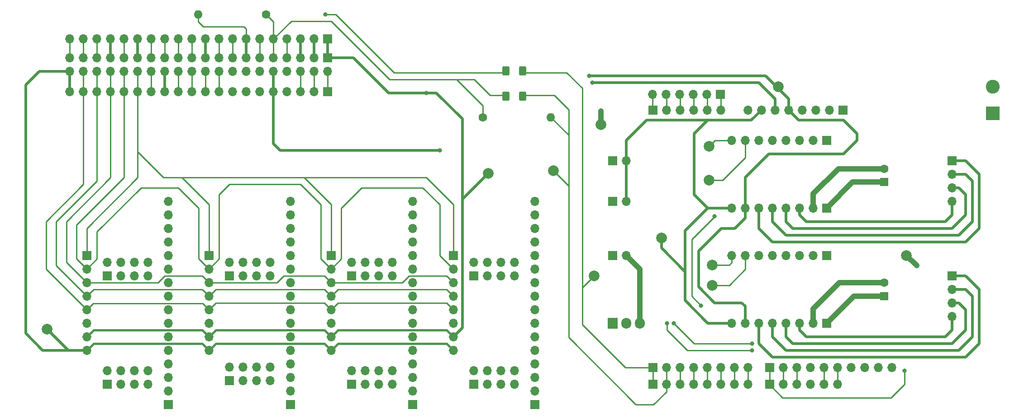
<source format=gbr>
%TF.GenerationSoftware,KiCad,Pcbnew,(6.0.10)*%
%TF.CreationDate,2025-04-13T20:47:06+02:00*%
%TF.ProjectId,pcb_shield,7063625f-7368-4696-956c-642e6b696361,1.0*%
%TF.SameCoordinates,Original*%
%TF.FileFunction,Copper,L1,Top*%
%TF.FilePolarity,Positive*%
%FSLAX46Y46*%
G04 Gerber Fmt 4.6, Leading zero omitted, Abs format (unit mm)*
G04 Created by KiCad (PCBNEW (6.0.10)) date 2025-04-13 20:47:06*
%MOMM*%
%LPD*%
G01*
G04 APERTURE LIST*
G04 Aperture macros list*
%AMRoundRect*
0 Rectangle with rounded corners*
0 $1 Rounding radius*
0 $2 $3 $4 $5 $6 $7 $8 $9 X,Y pos of 4 corners*
0 Add a 4 corners polygon primitive as box body*
4,1,4,$2,$3,$4,$5,$6,$7,$8,$9,$2,$3,0*
0 Add four circle primitives for the rounded corners*
1,1,$1+$1,$2,$3*
1,1,$1+$1,$4,$5*
1,1,$1+$1,$6,$7*
1,1,$1+$1,$8,$9*
0 Add four rect primitives between the rounded corners*
20,1,$1+$1,$2,$3,$4,$5,0*
20,1,$1+$1,$4,$5,$6,$7,0*
20,1,$1+$1,$6,$7,$8,$9,0*
20,1,$1+$1,$8,$9,$2,$3,0*%
G04 Aperture macros list end*
%TA.AperFunction,SMDPad,CuDef*%
%ADD10RoundRect,0.250000X-0.400000X-0.625000X0.400000X-0.625000X0.400000X0.625000X-0.400000X0.625000X0*%
%TD*%
%TA.AperFunction,ComponentPad*%
%ADD11C,1.600000*%
%TD*%
%TA.AperFunction,ComponentPad*%
%ADD12O,1.600000X1.600000*%
%TD*%
%TA.AperFunction,ComponentPad*%
%ADD13R,1.700000X1.700000*%
%TD*%
%TA.AperFunction,ComponentPad*%
%ADD14O,1.700000X1.700000*%
%TD*%
%TA.AperFunction,ComponentPad*%
%ADD15R,2.600000X2.600000*%
%TD*%
%TA.AperFunction,ComponentPad*%
%ADD16C,2.600000*%
%TD*%
%TA.AperFunction,ComponentPad*%
%ADD17R,1.600000X1.600000*%
%TD*%
%TA.AperFunction,SMDPad,CuDef*%
%ADD18C,2.000000*%
%TD*%
%TA.AperFunction,ComponentPad*%
%ADD19R,1.905000X2.000000*%
%TD*%
%TA.AperFunction,ComponentPad*%
%ADD20O,1.905000X2.000000*%
%TD*%
%TA.AperFunction,ViaPad*%
%ADD21C,0.800000*%
%TD*%
%TA.AperFunction,Conductor*%
%ADD22C,0.250000*%
%TD*%
%TA.AperFunction,Conductor*%
%ADD23C,0.500000*%
%TD*%
%TA.AperFunction,Conductor*%
%ADD24C,1.000000*%
%TD*%
%TA.AperFunction,Conductor*%
%ADD25C,0.400000*%
%TD*%
G04 APERTURE END LIST*
D10*
%TO.P,B2,2*%
%TO.N,/14 TXD*%
X155808000Y-63153000D03*
%TO.P,B2,1*%
X152708000Y-63153000D03*
%TD*%
%TO.P,B1,1*%
%TO.N,/18 RXD*%
X152708000Y-67903000D03*
%TO.P,B1,2*%
X155808000Y-67903000D03*
%TD*%
D11*
%TO.P,R2,1*%
%TO.N,/18 RXD*%
X148428000Y-71893000D03*
D12*
%TO.P,R2,2*%
X161128000Y-71893000D03*
%TD*%
D11*
%TO.P,R1,1*%
%TO.N,/18 RXD*%
X107858000Y-52553000D03*
D12*
%TO.P,R1,2*%
%TO.N,Net-(A1-Pad27)*%
X95158000Y-52553000D03*
%TD*%
D13*
%TO.P,A2.3,1,Pin_1*%
%TO.N,unconnected-(A2.3-Pad1)*%
X215748000Y-70523000D03*
D14*
%TO.P,A2.3,2,Pin_2*%
%TO.N,unconnected-(A2.3-Pad2)*%
X213208000Y-70523000D03*
%TO.P,A2.3,3,Pin_3*%
%TO.N,unconnected-(A2.3-Pad3)*%
X210668000Y-70523000D03*
%TO.P,A2.3,4,Pin_4*%
%TO.N,unconnected-(A2.3-Pad4)*%
X208128000Y-70523000D03*
%TO.P,A2.3,5,Pin_5*%
%TO.N,5V*%
X205588000Y-70523000D03*
%TO.P,A2.3,6,Pin_6*%
%TO.N,GND*%
X203048000Y-70523000D03*
%TO.P,A2.3,7,Pin_7*%
%TO.N,Net-(A2.3-Pad7)*%
X200508000Y-70523000D03*
%TO.P,A2.3,8,Pin_8*%
%TO.N,unconnected-(A2.3-Pad8)*%
X197968000Y-70523000D03*
%TD*%
D13*
%TO.P,A2.4,1,Pin_1*%
%TO.N,Net-(J19-Pad6)*%
X180188000Y-70513000D03*
D14*
%TO.P,A2.4,2,Pin_2*%
%TO.N,Net-(J19-Pad5)*%
X182728000Y-70513000D03*
%TO.P,A2.4,3,Pin_3*%
%TO.N,Net-(J19-Pad4)*%
X185268000Y-70513000D03*
%TO.P,A2.4,4,Pin_4*%
%TO.N,Net-(J19-Pad3)*%
X187808000Y-70513000D03*
%TO.P,A2.4,5,Pin_5*%
%TO.N,Net-(J19-Pad2)*%
X190348000Y-70513000D03*
%TO.P,A2.4,6,Pin_6*%
%TO.N,Net-(J19-Pad1)*%
X192888000Y-70513000D03*
%TD*%
D13*
%TO.P,A2.2,1,Pin_1*%
%TO.N,Net-(A3.2-Pad1)*%
X202028000Y-118783000D03*
D14*
%TO.P,A2.2,2,Pin_2*%
%TO.N,Net-(J12-Pad1)*%
X204568000Y-118783000D03*
%TO.P,A2.2,3,Pin_3*%
%TO.N,Net-(J13-Pad1)*%
X207108000Y-118783000D03*
%TO.P,A2.2,4,Pin_4*%
%TO.N,Net-(J18-Pad4)*%
X209648000Y-118783000D03*
%TO.P,A2.2,5,Pin_5*%
%TO.N,Net-(J18-Pad5)*%
X212188000Y-118783000D03*
%TO.P,A2.2,6,Pin_6*%
%TO.N,Net-(J18-Pad6)*%
X214728000Y-118783000D03*
%TO.P,A2.2,7,Pin_7*%
%TO.N,unconnected-(A2.2-Pad7)*%
X217268000Y-118783000D03*
%TO.P,A2.2,8,Pin_8*%
%TO.N,unconnected-(A2.2-Pad8)*%
X219808000Y-118783000D03*
%TO.P,A2.2,9,Pin_9*%
%TO.N,unconnected-(A2.2-Pad9)*%
X222348000Y-118783000D03*
%TO.P,A2.2,10,Pin_10*%
%TO.N,unconnected-(A2.2-Pad10)*%
X224888000Y-118783000D03*
%TD*%
D13*
%TO.P,A2.1,1,Pin_1*%
%TO.N,/14 TXD*%
X180188000Y-118783000D03*
D14*
%TO.P,A2.1,2,Pin_2*%
%TO.N,/18 RXD*%
X182728000Y-118783000D03*
%TO.P,A2.1,3,Pin_3*%
%TO.N,Net-(A3.2-Pad7)*%
X185268000Y-118783000D03*
%TO.P,A2.1,4,Pin_4*%
%TO.N,Net-(A4.2-Pad7)*%
X187808000Y-118783000D03*
%TO.P,A2.1,5,Pin_5*%
%TO.N,Net-(J17-Pad5)*%
X190348000Y-118783000D03*
%TO.P,A2.1,6,Pin_6*%
%TO.N,Net-(A3.2-Pad8)*%
X192888000Y-118783000D03*
%TO.P,A2.1,7,Pin_7*%
%TO.N,Net-(A4.2-Pad8)*%
X195428000Y-118783000D03*
%TO.P,A2.1,8,Pin_8*%
%TO.N,Net-(J17-Pad8)*%
X197968000Y-118783000D03*
%TD*%
D13*
%TO.P,A4.2,1,Pin_1*%
%TO.N,Net-(A3.2-Pad1)*%
X212728000Y-97783000D03*
D14*
%TO.P,A4.2,2,Pin_2*%
%TO.N,unconnected-(A4.2-Pad2)*%
X210188000Y-97783000D03*
%TO.P,A4.2,3,Pin_3*%
%TO.N,unconnected-(A4.2-Pad3)*%
X207648000Y-97783000D03*
%TO.P,A4.2,4,Pin_4*%
%TO.N,unconnected-(A4.2-Pad4)*%
X205108000Y-97783000D03*
%TO.P,A4.2,5,Pin_5*%
%TO.N,unconnected-(A4.2-Pad5)*%
X202568000Y-97783000D03*
%TO.P,A4.2,6,Pin_6*%
%TO.N,unconnected-(A4.2-Pad6)*%
X200028000Y-97783000D03*
%TO.P,A4.2,7,Pin_7*%
%TO.N,Net-(A4.2-Pad7)*%
X197488000Y-97783000D03*
%TO.P,A4.2,8,Pin_8*%
%TO.N,Net-(A4.2-Pad8)*%
X194948000Y-97783000D03*
%TD*%
D13*
%TO.P,A4.1,1,Pin_1*%
%TO.N,Net-(A3.1-Pad1)*%
X212718000Y-110483000D03*
D14*
%TO.P,A4.1,2,Pin_2*%
%TO.N,Net-(A3.1-Pad2)*%
X210178000Y-110483000D03*
%TO.P,A4.1,3,Pin_3*%
%TO.N,Net-(J11-Pad4)*%
X207638000Y-110483000D03*
%TO.P,A4.1,4,Pin_4*%
%TO.N,Net-(J11-Pad3)*%
X205098000Y-110483000D03*
%TO.P,A4.1,5,Pin_5*%
%TO.N,Net-(J11-Pad2)*%
X202558000Y-110483000D03*
%TO.P,A4.1,6,Pin_6*%
%TO.N,Net-(J11-Pad1)*%
X200018000Y-110483000D03*
%TO.P,A4.1,7,Pin_7*%
%TO.N,5V*%
X197478000Y-110483000D03*
%TO.P,A4.1,8,Pin_8*%
%TO.N,Net-(A2.3-Pad7)*%
X194938000Y-110483000D03*
%TD*%
%TO.P,A3.2,8,Pin_8*%
%TO.N,Net-(A3.2-Pad8)*%
X194948000Y-76193000D03*
%TO.P,A3.2,7,Pin_7*%
%TO.N,Net-(A3.2-Pad7)*%
X197488000Y-76193000D03*
%TO.P,A3.2,6,Pin_6*%
%TO.N,unconnected-(A3.2-Pad6)*%
X200028000Y-76193000D03*
%TO.P,A3.2,5,Pin_5*%
%TO.N,unconnected-(A3.2-Pad5)*%
X202568000Y-76193000D03*
%TO.P,A3.2,4,Pin_4*%
%TO.N,unconnected-(A3.2-Pad4)*%
X205108000Y-76193000D03*
%TO.P,A3.2,3,Pin_3*%
%TO.N,unconnected-(A3.2-Pad3)*%
X207648000Y-76193000D03*
%TO.P,A3.2,2,Pin_2*%
%TO.N,unconnected-(A3.2-Pad2)*%
X210188000Y-76193000D03*
D13*
%TO.P,A3.2,1,Pin_1*%
%TO.N,Net-(A3.2-Pad1)*%
X212728000Y-76193000D03*
%TD*%
D14*
%TO.P,A3.1,8,Pin_8*%
%TO.N,Net-(A2.3-Pad7)*%
X194948000Y-88893000D03*
%TO.P,A3.1,7,Pin_7*%
%TO.N,5V*%
X197488000Y-88893000D03*
%TO.P,A3.1,6,Pin_6*%
%TO.N,Net-(A3.1-Pad6)*%
X200028000Y-88893000D03*
%TO.P,A3.1,5,Pin_5*%
%TO.N,Net-(A3.1-Pad5)*%
X202568000Y-88893000D03*
%TO.P,A3.1,4,Pin_4*%
%TO.N,Net-(A3.1-Pad4)*%
X205108000Y-88893000D03*
%TO.P,A3.1,3,Pin_3*%
%TO.N,Net-(A3.1-Pad3)*%
X207648000Y-88893000D03*
%TO.P,A3.1,2,Pin_2*%
%TO.N,Net-(A3.1-Pad2)*%
X210188000Y-88893000D03*
D13*
%TO.P,A3.1,1,Pin_1*%
%TO.N,Net-(A3.1-Pad1)*%
X212728000Y-88893000D03*
%TD*%
%TO.P,U4.2,1,Pin_1*%
%TO.N,Net-(A1-Pad15)*%
X142878000Y-97793000D03*
D14*
%TO.P,U4.2,2,Pin_2*%
%TO.N,Net-(A1-Pad16)*%
X142878000Y-100333000D03*
%TO.P,U4.2,3,Pin_3*%
%TO.N,Net-(A1-Pad17)*%
X142878000Y-102873000D03*
%TO.P,U4.2,4,Pin_4*%
%TO.N,Net-(A1-Pad18)*%
X142878000Y-105413000D03*
%TO.P,U4.2,5,Pin_5*%
%TO.N,Net-(A1-Pad19)*%
X142878000Y-107953000D03*
%TO.P,U4.2,6,Pin_6*%
%TO.N,Net-(A1-Pad4)*%
X142878000Y-110493000D03*
%TO.P,U4.2,7,Pin_7*%
%TO.N,5V*%
X142878000Y-113033000D03*
%TO.P,U4.2,8,Pin_8*%
%TO.N,Net-(A1-Pad20)*%
X142878000Y-115573000D03*
%TD*%
D13*
%TO.P,U4.1,1,Pin_1*%
%TO.N,Net-(J7-Pad1)*%
X158118000Y-125723000D03*
D14*
%TO.P,U4.1,2,Pin_2*%
%TO.N,Net-(J7-Pad3)*%
X158118000Y-123183000D03*
%TO.P,U4.1,3,Pin_3*%
%TO.N,Net-(J7-Pad5)*%
X158118000Y-120643000D03*
%TO.P,U4.1,4,Pin_4*%
%TO.N,Net-(J7-Pad7)*%
X158118000Y-118103000D03*
%TO.P,U4.1,5,Pin_5*%
%TO.N,Net-(J7-Pad8)*%
X158118000Y-115563000D03*
%TO.P,U4.1,6,Pin_6*%
%TO.N,Net-(J7-Pad6)*%
X158118000Y-113023000D03*
%TO.P,U4.1,7,Pin_7*%
%TO.N,Net-(J7-Pad4)*%
X158118000Y-110483000D03*
%TO.P,U4.1,8,Pin_8*%
%TO.N,Net-(J7-Pad2)*%
X158118000Y-107943000D03*
%TO.P,U4.1,9,Pin_9*%
%TO.N,Net-(J8-Pad1)*%
X158118000Y-105403000D03*
%TO.P,U4.1,10,Pin_10*%
%TO.N,Net-(J8-Pad3)*%
X158118000Y-102863000D03*
%TO.P,U4.1,11,Pin_11*%
%TO.N,Net-(J8-Pad5)*%
X158118000Y-100323000D03*
%TO.P,U4.1,12,Pin_12*%
%TO.N,Net-(J8-Pad7)*%
X158118000Y-97783000D03*
%TO.P,U4.1,13,Pin_13*%
%TO.N,Net-(J8-Pad8)*%
X158118000Y-95243000D03*
%TO.P,U4.1,14,Pin_14*%
%TO.N,Net-(J8-Pad6)*%
X158118000Y-92703000D03*
%TO.P,U4.1,15,Pin_15*%
%TO.N,Net-(J8-Pad4)*%
X158118000Y-90163000D03*
%TO.P,U4.1,16,Pin_16*%
%TO.N,Net-(J8-Pad2)*%
X158118000Y-87623000D03*
%TD*%
D13*
%TO.P,U3.2,1,Pin_1*%
%TO.N,Net-(A1-Pad15)*%
X120028000Y-97793000D03*
D14*
%TO.P,U3.2,2,Pin_2*%
%TO.N,Net-(A1-Pad16)*%
X120028000Y-100333000D03*
%TO.P,U3.2,3,Pin_3*%
%TO.N,Net-(A1-Pad17)*%
X120028000Y-102873000D03*
%TO.P,U3.2,4,Pin_4*%
%TO.N,Net-(A1-Pad18)*%
X120028000Y-105413000D03*
%TO.P,U3.2,5,Pin_5*%
%TO.N,Net-(A1-Pad19)*%
X120028000Y-107953000D03*
%TO.P,U3.2,6,Pin_6*%
%TO.N,Net-(A1-Pad6)*%
X120028000Y-110493000D03*
%TO.P,U3.2,7,Pin_7*%
%TO.N,5V*%
X120028000Y-113033000D03*
%TO.P,U3.2,8,Pin_8*%
%TO.N,Net-(A1-Pad20)*%
X120028000Y-115573000D03*
%TD*%
D13*
%TO.P,U3.1,1,Pin_1*%
%TO.N,Net-(J5-Pad1)*%
X135268000Y-125733000D03*
D14*
%TO.P,U3.1,2,Pin_2*%
%TO.N,Net-(J5-Pad3)*%
X135268000Y-123193000D03*
%TO.P,U3.1,3,Pin_3*%
%TO.N,Net-(J5-Pad5)*%
X135268000Y-120653000D03*
%TO.P,U3.1,4,Pin_4*%
%TO.N,Net-(J5-Pad7)*%
X135268000Y-118113000D03*
%TO.P,U3.1,5,Pin_5*%
%TO.N,Net-(J5-Pad8)*%
X135268000Y-115573000D03*
%TO.P,U3.1,6,Pin_6*%
%TO.N,Net-(J5-Pad6)*%
X135268000Y-113033000D03*
%TO.P,U3.1,7,Pin_7*%
%TO.N,Net-(J5-Pad4)*%
X135268000Y-110493000D03*
%TO.P,U3.1,8,Pin_8*%
%TO.N,Net-(J5-Pad2)*%
X135268000Y-107953000D03*
%TO.P,U3.1,9,Pin_9*%
%TO.N,Net-(J6-Pad1)*%
X135268000Y-105413000D03*
%TO.P,U3.1,10,Pin_10*%
%TO.N,Net-(J6-Pad3)*%
X135268000Y-102873000D03*
%TO.P,U3.1,11,Pin_11*%
%TO.N,Net-(J6-Pad5)*%
X135268000Y-100333000D03*
%TO.P,U3.1,12,Pin_12*%
%TO.N,Net-(J6-Pad7)*%
X135268000Y-97793000D03*
%TO.P,U3.1,13,Pin_13*%
%TO.N,Net-(J6-Pad8)*%
X135268000Y-95253000D03*
%TO.P,U3.1,14,Pin_14*%
%TO.N,Net-(J6-Pad6)*%
X135268000Y-92713000D03*
%TO.P,U3.1,15,Pin_15*%
%TO.N,Net-(J6-Pad4)*%
X135268000Y-90173000D03*
%TO.P,U3.1,16,Pin_16*%
%TO.N,Net-(J6-Pad2)*%
X135268000Y-87633000D03*
%TD*%
%TO.P,U2.2,8,Pin_8*%
%TO.N,Net-(A1-Pad20)*%
X97158000Y-115573000D03*
%TO.P,U2.2,7,Pin_7*%
%TO.N,5V*%
X97158000Y-113033000D03*
%TO.P,U2.2,6,Pin_6*%
%TO.N,Net-(A1-Pad7)*%
X97158000Y-110493000D03*
%TO.P,U2.2,5,Pin_5*%
%TO.N,Net-(A1-Pad19)*%
X97158000Y-107953000D03*
%TO.P,U2.2,4,Pin_4*%
%TO.N,Net-(A1-Pad18)*%
X97158000Y-105413000D03*
%TO.P,U2.2,3,Pin_3*%
%TO.N,Net-(A1-Pad17)*%
X97158000Y-102873000D03*
%TO.P,U2.2,2,Pin_2*%
%TO.N,Net-(A1-Pad16)*%
X97158000Y-100333000D03*
D13*
%TO.P,U2.2,1,Pin_1*%
%TO.N,Net-(A1-Pad15)*%
X97158000Y-97793000D03*
%TD*%
%TO.P,U2.1,1,Pin_1*%
%TO.N,Net-(J3-Pad1)*%
X112398000Y-125733000D03*
D14*
%TO.P,U2.1,2,Pin_2*%
%TO.N,Net-(J3-Pad3)*%
X112398000Y-123193000D03*
%TO.P,U2.1,3,Pin_3*%
%TO.N,Net-(J3-Pad5)*%
X112398000Y-120653000D03*
%TO.P,U2.1,4,Pin_4*%
%TO.N,Net-(J3-Pad7)*%
X112398000Y-118113000D03*
%TO.P,U2.1,5,Pin_5*%
%TO.N,Net-(J3-Pad8)*%
X112398000Y-115573000D03*
%TO.P,U2.1,6,Pin_6*%
%TO.N,Net-(J3-Pad6)*%
X112398000Y-113033000D03*
%TO.P,U2.1,7,Pin_7*%
%TO.N,Net-(J3-Pad4)*%
X112398000Y-110493000D03*
%TO.P,U2.1,8,Pin_8*%
%TO.N,Net-(J3-Pad2)*%
X112398000Y-107953000D03*
%TO.P,U2.1,9,Pin_9*%
%TO.N,Net-(J4-Pad1)*%
X112398000Y-105413000D03*
%TO.P,U2.1,10,Pin_10*%
%TO.N,Net-(J4-Pad3)*%
X112398000Y-102873000D03*
%TO.P,U2.1,11,Pin_11*%
%TO.N,Net-(J4-Pad5)*%
X112398000Y-100333000D03*
%TO.P,U2.1,12,Pin_12*%
%TO.N,Net-(J4-Pad7)*%
X112398000Y-97793000D03*
%TO.P,U2.1,13,Pin_13*%
%TO.N,Net-(J4-Pad8)*%
X112398000Y-95253000D03*
%TO.P,U2.1,14,Pin_14*%
%TO.N,Net-(J4-Pad6)*%
X112398000Y-92713000D03*
%TO.P,U2.1,15,Pin_15*%
%TO.N,Net-(J4-Pad4)*%
X112398000Y-90173000D03*
%TO.P,U2.1,16,Pin_16*%
%TO.N,Net-(J4-Pad2)*%
X112398000Y-87633000D03*
%TD*%
D13*
%TO.P,U1.2,1,Pin_1*%
%TO.N,Net-(A1-Pad15)*%
X74298000Y-97793000D03*
D14*
%TO.P,U1.2,2,Pin_2*%
%TO.N,Net-(A1-Pad16)*%
X74298000Y-100333000D03*
%TO.P,U1.2,3,Pin_3*%
%TO.N,Net-(A1-Pad17)*%
X74298000Y-102873000D03*
%TO.P,U1.2,4,Pin_4*%
%TO.N,Net-(A1-Pad18)*%
X74298000Y-105413000D03*
%TO.P,U1.2,5,Pin_5*%
%TO.N,Net-(A1-Pad19)*%
X74298000Y-107953000D03*
%TO.P,U1.2,6,Pin_6*%
%TO.N,Net-(U1.2-Pad6)*%
X74298000Y-110493000D03*
%TO.P,U1.2,7,Pin_7*%
%TO.N,5V*%
X74298000Y-113033000D03*
%TO.P,U1.2,8,Pin_8*%
%TO.N,Net-(A1-Pad20)*%
X74298000Y-115573000D03*
%TD*%
D13*
%TO.P,U1.1,1,Pin_1*%
%TO.N,Net-(J1-Pad1)*%
X89538000Y-125733000D03*
D14*
%TO.P,U1.1,2,Pin_2*%
%TO.N,Net-(J1-Pad3)*%
X89538000Y-123193000D03*
%TO.P,U1.1,3,Pin_3*%
%TO.N,Net-(J1-Pad5)*%
X89538000Y-120653000D03*
%TO.P,U1.1,4,Pin_4*%
%TO.N,Net-(J1-Pad7)*%
X89538000Y-118113000D03*
%TO.P,U1.1,5,Pin_5*%
%TO.N,Net-(J1-Pad8)*%
X89538000Y-115573000D03*
%TO.P,U1.1,6,Pin_6*%
%TO.N,Net-(J1-Pad6)*%
X89538000Y-113033000D03*
%TO.P,U1.1,7,Pin_7*%
%TO.N,Net-(J1-Pad4)*%
X89538000Y-110493000D03*
%TO.P,U1.1,8,Pin_8*%
%TO.N,Net-(J1-Pad2)*%
X89538000Y-107953000D03*
%TO.P,U1.1,9,Pin_9*%
%TO.N,Net-(J2-Pad1)*%
X89538000Y-105413000D03*
%TO.P,U1.1,10,Pin_10*%
%TO.N,Net-(J2-Pad3)*%
X89538000Y-102873000D03*
%TO.P,U1.1,11,Pin_11*%
%TO.N,Net-(J2-Pad5)*%
X89538000Y-100333000D03*
%TO.P,U1.1,12,Pin_12*%
%TO.N,Net-(J2-Pad7)*%
X89538000Y-97793000D03*
%TO.P,U1.1,13,Pin_13*%
%TO.N,Net-(J2-Pad8)*%
X89538000Y-95253000D03*
%TO.P,U1.1,14,Pin_14*%
%TO.N,Net-(J2-Pad6)*%
X89538000Y-92713000D03*
%TO.P,U1.1,15,Pin_15*%
%TO.N,Net-(J2-Pad4)*%
X89538000Y-90173000D03*
%TO.P,U1.1,16,Pin_16*%
%TO.N,Net-(J2-Pad2)*%
X89538000Y-87633000D03*
%TD*%
D15*
%TO.P,J14,1*%
%TO.N,Net-(A3.1-Pad2)*%
X243840000Y-71120000D03*
D16*
%TO.P,J14,2*%
%TO.N,Net-(A3.1-Pad1)*%
X243840000Y-66120000D03*
%TD*%
D13*
%TO.P,J4,1,Pin_1*%
%TO.N,Net-(J4-Pad1)*%
X100975000Y-101600000D03*
D14*
%TO.P,J4,2,Pin_2*%
%TO.N,Net-(J4-Pad2)*%
X100975000Y-99060000D03*
%TO.P,J4,3,Pin_3*%
%TO.N,Net-(J4-Pad3)*%
X103515000Y-101600000D03*
%TO.P,J4,4,Pin_4*%
%TO.N,Net-(J4-Pad4)*%
X103515000Y-99060000D03*
%TO.P,J4,5,Pin_5*%
%TO.N,Net-(J4-Pad5)*%
X106055000Y-101600000D03*
%TO.P,J4,6,Pin_6*%
%TO.N,Net-(J4-Pad6)*%
X106055000Y-99060000D03*
%TO.P,J4,7,Pin_7*%
%TO.N,Net-(J4-Pad7)*%
X108595000Y-101600000D03*
%TO.P,J4,8,Pin_8*%
%TO.N,Net-(J4-Pad8)*%
X108595000Y-99060000D03*
%TD*%
D13*
%TO.P,J12,1,Pin_1*%
%TO.N,Net-(J12-Pad1)*%
X172720000Y-87630000D03*
D14*
%TO.P,J12,2,Pin_2*%
%TO.N,Net-(A2.3-Pad7)*%
X175260000Y-87630000D03*
%TD*%
%TO.P,J15,20,Pin_20*%
%TO.N,Net-(A1-Pad20)*%
X71120000Y-67081000D03*
%TO.P,J15,19,Pin_19*%
%TO.N,Net-(A1-Pad19)*%
X73660000Y-67081000D03*
%TO.P,J15,18,Pin_18*%
%TO.N,Net-(A1-Pad18)*%
X76200000Y-67081000D03*
%TO.P,J15,17,Pin_17*%
%TO.N,Net-(A1-Pad17)*%
X78740000Y-67081000D03*
%TO.P,J15,16,Pin_16*%
%TO.N,Net-(A1-Pad16)*%
X81280000Y-67081000D03*
%TO.P,J15,15,Pin_15*%
%TO.N,Net-(A1-Pad15)*%
X83820000Y-67081000D03*
%TO.P,J15,14,Pin_14*%
%TO.N,Net-(A1-Pad14)*%
X86360000Y-67081000D03*
%TO.P,J15,13,Pin_13*%
%TO.N,GND*%
X88900000Y-67081000D03*
%TO.P,J15,12,Pin_12*%
%TO.N,11 SCLK*%
X91440000Y-67081000D03*
%TO.P,J15,11,Pin_11*%
%TO.N,9 MISO*%
X93980000Y-67081000D03*
%TO.P,J15,10,Pin_10*%
%TO.N,10 MOSI*%
X96520000Y-67081000D03*
%TO.P,J15,9,Pin_9*%
%TO.N,3V3*%
X99060000Y-67081000D03*
%TO.P,J15,8,Pin_8*%
%TO.N,Net-(U1.2-Pad6)*%
X101600000Y-67081000D03*
%TO.P,J15,7,Pin_7*%
%TO.N,Net-(A1-Pad7)*%
X104140000Y-67081000D03*
%TO.P,J15,6,Pin_6*%
%TO.N,Net-(A1-Pad6)*%
X106680000Y-67081000D03*
%TO.P,J15,5,Pin_5*%
%TO.N,GND*%
X109220000Y-67081000D03*
%TO.P,J15,4,Pin_4*%
%TO.N,Net-(A1-Pad4)*%
X111760000Y-67081000D03*
%TO.P,J15,3,Pin_3*%
%TO.N,SCL*%
X114300000Y-67081000D03*
%TO.P,J15,2,Pin_2*%
%TO.N,SDA*%
X116840000Y-67081000D03*
D13*
%TO.P,J15,1,Pin_1*%
%TO.N,3V3*%
X119380000Y-67081000D03*
%TD*%
%TO.P,J2,1,Pin_1*%
%TO.N,Net-(J2-Pad1)*%
X78115000Y-101605000D03*
D14*
%TO.P,J2,2,Pin_2*%
%TO.N,Net-(J2-Pad2)*%
X78115000Y-99065000D03*
%TO.P,J2,3,Pin_3*%
%TO.N,Net-(J2-Pad3)*%
X80655000Y-101605000D03*
%TO.P,J2,4,Pin_4*%
%TO.N,Net-(J2-Pad4)*%
X80655000Y-99065000D03*
%TO.P,J2,5,Pin_5*%
%TO.N,Net-(J2-Pad5)*%
X83195000Y-101605000D03*
%TO.P,J2,6,Pin_6*%
%TO.N,Net-(J2-Pad6)*%
X83195000Y-99065000D03*
%TO.P,J2,7,Pin_7*%
%TO.N,Net-(J2-Pad7)*%
X85735000Y-101605000D03*
%TO.P,J2,8,Pin_8*%
%TO.N,Net-(J2-Pad8)*%
X85735000Y-99065000D03*
%TD*%
D13*
%TO.P,J19,1,Pin_1*%
%TO.N,Net-(J19-Pad1)*%
X192840000Y-67564000D03*
D14*
%TO.P,J19,2,Pin_2*%
%TO.N,Net-(J19-Pad2)*%
X190300000Y-67564000D03*
%TO.P,J19,3,Pin_3*%
%TO.N,Net-(J19-Pad3)*%
X187760000Y-67564000D03*
%TO.P,J19,4,Pin_4*%
%TO.N,Net-(J19-Pad4)*%
X185220000Y-67564000D03*
%TO.P,J19,5,Pin_5*%
%TO.N,Net-(J19-Pad5)*%
X182680000Y-67564000D03*
%TO.P,J19,6,Pin_6*%
%TO.N,Net-(J19-Pad6)*%
X180140000Y-67564000D03*
%TD*%
D17*
%TO.P,C1,1*%
%TO.N,Net-(A3.1-Pad1)*%
X223520000Y-84020000D03*
D11*
%TO.P,C1,2*%
%TO.N,Net-(A3.1-Pad2)*%
X223520000Y-81520000D03*
%TD*%
D13*
%TO.P,J6,1,Pin_1*%
%TO.N,Net-(J6-Pad1)*%
X123825000Y-101630000D03*
D14*
%TO.P,J6,2,Pin_2*%
%TO.N,Net-(J6-Pad2)*%
X123825000Y-99090000D03*
%TO.P,J6,3,Pin_3*%
%TO.N,Net-(J6-Pad3)*%
X126365000Y-101630000D03*
%TO.P,J6,4,Pin_4*%
%TO.N,Net-(J6-Pad4)*%
X126365000Y-99090000D03*
%TO.P,J6,5,Pin_5*%
%TO.N,Net-(J6-Pad5)*%
X128905000Y-101630000D03*
%TO.P,J6,6,Pin_6*%
%TO.N,Net-(J6-Pad6)*%
X128905000Y-99090000D03*
%TO.P,J6,7,Pin_7*%
%TO.N,Net-(J6-Pad7)*%
X131445000Y-101630000D03*
%TO.P,J6,8,Pin_8*%
%TO.N,Net-(J6-Pad8)*%
X131445000Y-99090000D03*
%TD*%
D13*
%TO.P,J13,1,Pin_1*%
%TO.N,Net-(J13-Pad1)*%
X172720000Y-80010000D03*
D14*
%TO.P,J13,2,Pin_2*%
%TO.N,Net-(A2.3-Pad7)*%
X175260000Y-80010000D03*
%TD*%
D13*
%TO.P,J3,1,Pin_1*%
%TO.N,Net-(J3-Pad1)*%
X100975000Y-121290000D03*
D14*
%TO.P,J3,2,Pin_2*%
%TO.N,Net-(J3-Pad2)*%
X100975000Y-118750000D03*
%TO.P,J3,3,Pin_3*%
%TO.N,Net-(J3-Pad3)*%
X103515000Y-121290000D03*
%TO.P,J3,4,Pin_4*%
%TO.N,Net-(J3-Pad4)*%
X103515000Y-118750000D03*
%TO.P,J3,5,Pin_5*%
%TO.N,Net-(J3-Pad5)*%
X106055000Y-121290000D03*
%TO.P,J3,6,Pin_6*%
%TO.N,Net-(J3-Pad6)*%
X106055000Y-118750000D03*
%TO.P,J3,7,Pin_7*%
%TO.N,Net-(J3-Pad7)*%
X108595000Y-121290000D03*
%TO.P,J3,8,Pin_8*%
%TO.N,Net-(J3-Pad8)*%
X108595000Y-118750000D03*
%TD*%
D13*
%TO.P,J9,1,Pin_1*%
%TO.N,Net-(A3.1-Pad2)*%
X172720000Y-97790000D03*
D14*
%TO.P,J9,2,Pin_2*%
%TO.N,Net-(J9-Pad2)*%
X175260000Y-97790000D03*
%TD*%
D13*
%TO.P,J18,1,Pin_1*%
%TO.N,Net-(A3.2-Pad1)*%
X202030000Y-121920000D03*
D14*
%TO.P,J18,2,Pin_2*%
%TO.N,Net-(J12-Pad1)*%
X204570000Y-121920000D03*
%TO.P,J18,3,Pin_3*%
%TO.N,Net-(J13-Pad1)*%
X207110000Y-121920000D03*
%TO.P,J18,4,Pin_4*%
%TO.N,Net-(J18-Pad4)*%
X209650000Y-121920000D03*
%TO.P,J18,5,Pin_5*%
%TO.N,Net-(J18-Pad5)*%
X212190000Y-121920000D03*
%TO.P,J18,6,Pin_6*%
%TO.N,Net-(J18-Pad6)*%
X214730000Y-121920000D03*
%TD*%
D18*
%TO.P,RXD1,1,1*%
%TO.N,/18 RXD*%
X161600000Y-81895000D03*
%TD*%
D13*
%TO.P,J16,1,Pin_1*%
%TO.N,5V*%
X119380000Y-57150000D03*
D14*
%TO.P,J16,2,Pin_2*%
X116840000Y-57150000D03*
%TO.P,J16,3,Pin_3*%
%TO.N,GND*%
X114300000Y-57150000D03*
%TO.P,J16,4,Pin_4*%
%TO.N,/14 TXD*%
X111760000Y-57150000D03*
%TO.P,J16,5,Pin_5*%
%TO.N,/18 RXD*%
X109220000Y-57150000D03*
%TO.P,J16,6,Pin_6*%
%TO.N,Net-(A1-Pad26)*%
X106680000Y-57150000D03*
%TO.P,J16,7,Pin_7*%
%TO.N,Net-(A1-Pad27)*%
X104140000Y-57150000D03*
%TO.P,J16,8,Pin_8*%
%TO.N,23*%
X101600000Y-57150000D03*
%TO.P,J16,9,Pin_9*%
%TO.N,24*%
X99060000Y-57150000D03*
%TO.P,J16,10,Pin_10*%
%TO.N,GND*%
X96520000Y-57150000D03*
%TO.P,J16,11,Pin_11*%
%TO.N,25*%
X93980000Y-57150000D03*
%TO.P,J16,12,Pin_12*%
%TO.N,8*%
X91440000Y-57150000D03*
%TO.P,J16,13,Pin_13*%
%TO.N,7*%
X88900000Y-57150000D03*
%TO.P,J16,14,Pin_14*%
%TO.N,Net-(A1-Pad34)*%
X86360000Y-57150000D03*
%TO.P,J16,15,Pin_15*%
%TO.N,GND*%
X83820000Y-57150000D03*
%TO.P,J16,16,Pin_16*%
%TO.N,12*%
X81280000Y-57150000D03*
%TO.P,J16,17,Pin_17*%
%TO.N,GND*%
X78740000Y-57150000D03*
%TO.P,J16,18,Pin_18*%
%TO.N,16*%
X76200000Y-57150000D03*
%TO.P,J16,19,Pin_19*%
%TO.N,20*%
X73660000Y-57150000D03*
%TO.P,J16,20,Pin_20*%
%TO.N,21*%
X71120000Y-57150000D03*
%TD*%
D19*
%TO.P,Q1,1,B*%
%TO.N,Net-(J18-Pad4)*%
X172720000Y-110490000D03*
D20*
%TO.P,Q1,2,C*%
%TO.N,Net-(A3.1-Pad1)*%
X175260000Y-110490000D03*
%TO.P,Q1,3,E*%
%TO.N,Net-(J9-Pad2)*%
X177800000Y-110490000D03*
%TD*%
D18*
%TO.P,5V1,1,1*%
%TO.N,5V*%
X203650000Y-66170000D03*
%TD*%
%TO.P,GND3,1,1*%
%TO.N,Net-(A1-Pad20)*%
X66858000Y-111613000D03*
%TD*%
%TO.P,5V2,1,1*%
%TO.N,5V*%
X149408000Y-82403000D03*
%TD*%
D13*
%TO.P,J8,1,Pin_1*%
%TO.N,Net-(J8-Pad1)*%
X146685000Y-101600000D03*
D14*
%TO.P,J8,2,Pin_2*%
%TO.N,Net-(J8-Pad2)*%
X146685000Y-99060000D03*
%TO.P,J8,3,Pin_3*%
%TO.N,Net-(J8-Pad3)*%
X149225000Y-101600000D03*
%TO.P,J8,4,Pin_4*%
%TO.N,Net-(J8-Pad4)*%
X149225000Y-99060000D03*
%TO.P,J8,5,Pin_5*%
%TO.N,Net-(J8-Pad5)*%
X151765000Y-101600000D03*
%TO.P,J8,6,Pin_6*%
%TO.N,Net-(J8-Pad6)*%
X151765000Y-99060000D03*
%TO.P,J8,7,Pin_7*%
%TO.N,Net-(J8-Pad7)*%
X154305000Y-101600000D03*
%TO.P,J8,8,Pin_8*%
%TO.N,Net-(J8-Pad8)*%
X154305000Y-99060000D03*
%TD*%
D18*
%TO.P,STEP2,1,1*%
%TO.N,Net-(A3.2-Pad7)*%
X190683000Y-83673000D03*
%TD*%
%TO.P,STEP1,1,1*%
%TO.N,Net-(A4.2-Pad7)*%
X191318000Y-103358000D03*
%TD*%
%TO.P,DIR2,1,1*%
%TO.N,Net-(A4.2-Pad8)*%
X191318000Y-99548000D03*
%TD*%
D17*
%TO.P,C2,1*%
%TO.N,Net-(A3.1-Pad1)*%
X223520000Y-105410000D03*
D11*
%TO.P,C2,2*%
%TO.N,Net-(A3.1-Pad2)*%
X223520000Y-102910000D03*
%TD*%
D18*
%TO.P,VMOT1,1,1*%
%TO.N,Net-(A3.1-Pad1)*%
X227640000Y-97770000D03*
%TD*%
D13*
%TO.P,J10,1,Pin_1*%
%TO.N,Net-(A3.1-Pad6)*%
X236220000Y-80030000D03*
D14*
%TO.P,J10,2,Pin_2*%
%TO.N,Net-(A3.1-Pad5)*%
X236220000Y-82570000D03*
%TO.P,J10,3,Pin_3*%
%TO.N,Net-(A3.1-Pad4)*%
X236220000Y-85110000D03*
%TO.P,J10,4,Pin_4*%
%TO.N,Net-(A3.1-Pad3)*%
X236220000Y-87650000D03*
%TD*%
D18*
%TO.P,DIR1,1,1*%
%TO.N,Net-(A3.2-Pad8)*%
X190683000Y-77323000D03*
%TD*%
%TO.P,TXD1,1,1*%
%TO.N,/14 TXD*%
X169220000Y-101580000D03*
%TD*%
D13*
%TO.P,J5,1,Pin_1*%
%TO.N,Net-(J5-Pad1)*%
X123835000Y-121920000D03*
D14*
%TO.P,J5,2,Pin_2*%
%TO.N,Net-(J5-Pad2)*%
X123835000Y-119380000D03*
%TO.P,J5,3,Pin_3*%
%TO.N,Net-(J5-Pad3)*%
X126375000Y-121920000D03*
%TO.P,J5,4,Pin_4*%
%TO.N,Net-(J5-Pad4)*%
X126375000Y-119380000D03*
%TO.P,J5,5,Pin_5*%
%TO.N,Net-(J5-Pad5)*%
X128915000Y-121920000D03*
%TO.P,J5,6,Pin_6*%
%TO.N,Net-(J5-Pad6)*%
X128915000Y-119380000D03*
%TO.P,J5,7,Pin_7*%
%TO.N,Net-(J5-Pad7)*%
X131455000Y-121920000D03*
%TO.P,J5,8,Pin_8*%
%TO.N,Net-(J5-Pad8)*%
X131455000Y-119380000D03*
%TD*%
D18*
%TO.P,GND2,1,1*%
%TO.N,Net-(A2.3-Pad7)*%
X181793000Y-94468000D03*
%TD*%
D13*
%TO.P,J1,1,Pin_1*%
%TO.N,Net-(J1-Pad1)*%
X78115000Y-121925000D03*
D14*
%TO.P,J1,2,Pin_2*%
%TO.N,Net-(J1-Pad2)*%
X78115000Y-119385000D03*
%TO.P,J1,3,Pin_3*%
%TO.N,Net-(J1-Pad3)*%
X80655000Y-121925000D03*
%TO.P,J1,4,Pin_4*%
%TO.N,Net-(J1-Pad4)*%
X80655000Y-119385000D03*
%TO.P,J1,5,Pin_5*%
%TO.N,Net-(J1-Pad5)*%
X83195000Y-121925000D03*
%TO.P,J1,6,Pin_6*%
%TO.N,Net-(J1-Pad6)*%
X83195000Y-119385000D03*
%TO.P,J1,7,Pin_7*%
%TO.N,Net-(J1-Pad7)*%
X85735000Y-121925000D03*
%TO.P,J1,8,Pin_8*%
%TO.N,Net-(J1-Pad8)*%
X85735000Y-119385000D03*
%TD*%
D18*
%TO.P,GND1,1,1*%
%TO.N,Net-(A3.1-Pad2)*%
X170500000Y-73220000D03*
%TD*%
D13*
%TO.P,J7,1,Pin_1*%
%TO.N,Net-(J7-Pad1)*%
X146685000Y-121920000D03*
D14*
%TO.P,J7,2,Pin_2*%
%TO.N,Net-(J7-Pad2)*%
X146685000Y-119380000D03*
%TO.P,J7,3,Pin_3*%
%TO.N,Net-(J7-Pad3)*%
X149225000Y-121920000D03*
%TO.P,J7,4,Pin_4*%
%TO.N,Net-(J7-Pad4)*%
X149225000Y-119380000D03*
%TO.P,J7,5,Pin_5*%
%TO.N,Net-(J7-Pad5)*%
X151765000Y-121920000D03*
%TO.P,J7,6,Pin_6*%
%TO.N,Net-(J7-Pad6)*%
X151765000Y-119380000D03*
%TO.P,J7,7,Pin_7*%
%TO.N,Net-(J7-Pad7)*%
X154305000Y-121920000D03*
%TO.P,J7,8,Pin_8*%
%TO.N,Net-(J7-Pad8)*%
X154305000Y-119380000D03*
%TD*%
D13*
%TO.P,J11,1,Pin_1*%
%TO.N,Net-(J11-Pad1)*%
X236220000Y-101600000D03*
D14*
%TO.P,J11,2,Pin_2*%
%TO.N,Net-(J11-Pad2)*%
X236220000Y-104140000D03*
%TO.P,J11,3,Pin_3*%
%TO.N,Net-(J11-Pad3)*%
X236220000Y-106680000D03*
%TO.P,J11,4,Pin_4*%
%TO.N,Net-(J11-Pad4)*%
X236220000Y-109220000D03*
%TD*%
D13*
%TO.P,J17,1,Pin_1*%
%TO.N,/14 TXD*%
X180190000Y-121920000D03*
D14*
%TO.P,J17,2,Pin_2*%
%TO.N,/18 RXD*%
X182730000Y-121920000D03*
%TO.P,J17,3,Pin_3*%
%TO.N,Net-(A3.2-Pad7)*%
X185270000Y-121920000D03*
%TO.P,J17,4,Pin_4*%
%TO.N,Net-(A4.2-Pad7)*%
X187810000Y-121920000D03*
%TO.P,J17,5,Pin_5*%
%TO.N,Net-(J17-Pad5)*%
X190350000Y-121920000D03*
%TO.P,J17,6,Pin_6*%
%TO.N,Net-(A3.2-Pad8)*%
X192890000Y-121920000D03*
%TO.P,J17,7,Pin_7*%
%TO.N,Net-(A4.2-Pad8)*%
X195430000Y-121920000D03*
%TO.P,J17,8,Pin_8*%
%TO.N,Net-(J17-Pad8)*%
X197970000Y-121920000D03*
%TD*%
%TO.P,A1,1,Pin_1*%
%TO.N,3V3*%
X119380000Y-63246000D03*
%TO.P,A1,2,Pin_2*%
%TO.N,SDA*%
X116840000Y-63246000D03*
%TO.P,A1,3,Pin_3*%
%TO.N,SCL*%
X114300000Y-63246000D03*
%TO.P,A1,4,Pin_4*%
%TO.N,Net-(A1-Pad4)*%
X111760000Y-63246000D03*
%TO.P,A1,5,Pin_5*%
%TO.N,GND*%
X109220000Y-63246000D03*
%TO.P,A1,6,Pin_6*%
%TO.N,Net-(A1-Pad6)*%
X106680000Y-63246000D03*
%TO.P,A1,7,Pin_7*%
%TO.N,Net-(A1-Pad7)*%
X104140000Y-63246000D03*
%TO.P,A1,8,Pin_8*%
%TO.N,Net-(U1.2-Pad6)*%
X101600000Y-63246000D03*
%TO.P,A1,9,Pin_9*%
%TO.N,3V3*%
X99060000Y-63246000D03*
%TO.P,A1,10,Pin_10*%
%TO.N,10 MOSI*%
X96520000Y-63246000D03*
%TO.P,A1,11,Pin_11*%
%TO.N,9 MISO*%
X93980000Y-63246000D03*
%TO.P,A1,12,Pin_12*%
%TO.N,11 SCLK*%
X91440000Y-63246000D03*
%TO.P,A1,13,Pin_13*%
%TO.N,GND*%
X88900000Y-63246000D03*
%TO.P,A1,14,Pin_14*%
%TO.N,Net-(A1-Pad14)*%
X86360000Y-63246000D03*
%TO.P,A1,15,Pin_15*%
%TO.N,Net-(A1-Pad15)*%
X83820000Y-63246000D03*
%TO.P,A1,16,Pin_16*%
%TO.N,Net-(A1-Pad16)*%
X81280000Y-63246000D03*
%TO.P,A1,17,Pin_17*%
%TO.N,Net-(A1-Pad17)*%
X78740000Y-63246000D03*
%TO.P,A1,18,Pin_18*%
%TO.N,Net-(A1-Pad18)*%
X76200000Y-63246000D03*
%TO.P,A1,19,Pin_19*%
%TO.N,Net-(A1-Pad19)*%
X73660000Y-63246000D03*
%TO.P,A1,20,Pin_20*%
%TO.N,Net-(A1-Pad20)*%
X71120000Y-63246000D03*
D13*
%TO.P,A1,21,Pin_21*%
%TO.N,5V*%
X119380000Y-60706000D03*
D14*
%TO.P,A1,22,Pin_22*%
X116840000Y-60706000D03*
%TO.P,A1,23,Pin_23*%
%TO.N,GND*%
X114300000Y-60706000D03*
%TO.P,A1,24,Pin_24*%
%TO.N,/14 TXD*%
X111760000Y-60706000D03*
%TO.P,A1,25,Pin_25*%
%TO.N,/18 RXD*%
X109220000Y-60706000D03*
%TO.P,A1,26,Pin_26*%
%TO.N,Net-(A1-Pad26)*%
X106680000Y-60706000D03*
%TO.P,A1,27,Pin_27*%
%TO.N,Net-(A1-Pad27)*%
X104140000Y-60706000D03*
%TO.P,A1,28,Pin_28*%
%TO.N,23*%
X101600000Y-60706000D03*
%TO.P,A1,29,Pin_29*%
%TO.N,24*%
X99060000Y-60706000D03*
%TO.P,A1,30,Pin_30*%
%TO.N,GND*%
X96520000Y-60706000D03*
%TO.P,A1,31,Pin_31*%
%TO.N,25*%
X93980000Y-60706000D03*
%TO.P,A1,32,Pin_32*%
%TO.N,8*%
X91440000Y-60706000D03*
%TO.P,A1,33,Pin_33*%
%TO.N,7*%
X88900000Y-60706000D03*
%TO.P,A1,34,Pin_34*%
%TO.N,Net-(A1-Pad34)*%
X86360000Y-60706000D03*
%TO.P,A1,35,Pin_35*%
%TO.N,GND*%
X83820000Y-60706000D03*
%TO.P,A1,36,Pin_36*%
%TO.N,12*%
X81280000Y-60706000D03*
%TO.P,A1,37,Pin_37*%
%TO.N,GND*%
X78740000Y-60706000D03*
%TO.P,A1,38,Pin_38*%
%TO.N,16*%
X76200000Y-60706000D03*
%TO.P,A1,39,Pin_39*%
%TO.N,20*%
X73660000Y-60706000D03*
%TO.P,A1,40,Pin_40*%
%TO.N,21*%
X71120000Y-60706000D03*
%TD*%
D21*
%TO.N,/14 TXD*%
X118928000Y-52558000D03*
%TO.N,GND*%
X140335000Y-78105000D03*
X168910000Y-65405000D03*
%TO.N,5V*%
X168275000Y-64135000D03*
X137795000Y-67310000D03*
%TO.N,Net-(A3.2-Pad8)*%
X191770000Y-90475000D03*
X189230000Y-107168000D03*
%TO.N,Net-(A3.1-Pad2)*%
X170500000Y-70720000D03*
%TO.N,Net-(A3.1-Pad1)*%
X229545000Y-99675000D03*
%TO.N,Net-(A3.2-Pad1)*%
X227330000Y-119380000D03*
%TO.N,Net-(J12-Pad1)*%
X198755000Y-115570000D03*
X182880000Y-110490000D03*
%TO.N,Net-(J13-Pad1)*%
X198755000Y-114300000D03*
X184150000Y-110490000D03*
%TD*%
D22*
%TO.N,/18 RXD*%
X152548000Y-67743000D02*
X152708000Y-67903000D01*
X149768000Y-67743000D02*
X152548000Y-67743000D01*
X155968000Y-67743000D02*
X155808000Y-67903000D01*
X161768000Y-67743000D02*
X155968000Y-67743000D01*
%TO.N,/14 TXD*%
X152381000Y-63480000D02*
X152708000Y-63153000D01*
X131755000Y-63480000D02*
X152381000Y-63480000D01*
X156135000Y-63480000D02*
X155808000Y-63153000D01*
X164064000Y-63480000D02*
X156135000Y-63480000D01*
X167005000Y-66421000D02*
X167005000Y-103795000D01*
D23*
%TO.N,5V*%
X144558000Y-87253000D02*
X149408000Y-82403000D01*
X144558000Y-87933000D02*
X144558000Y-87253000D01*
X144558000Y-87933000D02*
X144558000Y-111347000D01*
X144558000Y-72168000D02*
X144558000Y-87933000D01*
D22*
%TO.N,/18 RXD*%
X148428000Y-69723000D02*
X148428000Y-71893000D01*
X143455000Y-64750000D02*
X148428000Y-69723000D01*
X140001000Y-64750000D02*
X143455000Y-64750000D01*
X140001000Y-64750000D02*
X146775000Y-64750000D01*
X130955000Y-64750000D02*
X140001000Y-64750000D01*
X161128000Y-71893000D02*
X164465000Y-75230000D01*
X164465000Y-75230000D02*
X164465000Y-75826000D01*
X164465000Y-84760000D02*
X164465000Y-75826000D01*
X164465000Y-75826000D02*
X164465000Y-70440000D01*
X161768000Y-67743000D02*
X164465000Y-70440000D01*
X146775000Y-64750000D02*
X149768000Y-67743000D01*
X120033000Y-53828000D02*
X130955000Y-64750000D01*
X112542000Y-53828000D02*
X120033000Y-53828000D01*
X109220000Y-57150000D02*
X112542000Y-53828000D01*
%TO.N,Net-(A1-Pad27)*%
X95158000Y-53953000D02*
X96098000Y-54893000D01*
X95158000Y-52553000D02*
X95158000Y-53953000D01*
X96098000Y-54893000D02*
X96958000Y-54893000D01*
X97318000Y-54893000D02*
X96958000Y-54893000D01*
X103708000Y-54893000D02*
X97318000Y-54893000D01*
X103788000Y-54973000D02*
X103708000Y-54893000D01*
X104140000Y-55325000D02*
X103788000Y-54973000D01*
X104140000Y-57150000D02*
X104140000Y-55325000D01*
%TO.N,/18 RXD*%
X109220000Y-53915000D02*
X107858000Y-52553000D01*
X109220000Y-57150000D02*
X109220000Y-53915000D01*
D24*
%TO.N,Net-(A3.1-Pad2)*%
X223520000Y-102910000D02*
X215091000Y-102910000D01*
X215091000Y-102910000D02*
X210185000Y-107816000D01*
X210185000Y-107816000D02*
X210185000Y-110480000D01*
D22*
%TO.N,Net-(A1-Pad19)*%
X120028000Y-107953000D02*
X118748000Y-106673000D01*
X118748000Y-106673000D02*
X118398000Y-106673000D01*
X98432000Y-106673000D02*
X118398000Y-106673000D01*
X121308000Y-106673000D02*
X120028000Y-107953000D01*
X121458000Y-106673000D02*
X121308000Y-106673000D01*
X121458000Y-106673000D02*
X141598000Y-106673000D01*
%TO.N,Net-(A1-Pad18)*%
X141620000Y-104155000D02*
X142875000Y-105410000D01*
X121285000Y-104155000D02*
X141620000Y-104155000D01*
X120025000Y-105415000D02*
X121285000Y-104155000D01*
X118753000Y-104143000D02*
X120025000Y-105415000D01*
X98422000Y-104143000D02*
X118753000Y-104143000D01*
X95888000Y-104143000D02*
X97155000Y-105410000D01*
X75562000Y-104143000D02*
X95888000Y-104143000D01*
X68580000Y-99695000D02*
X74295000Y-105410000D01*
X74295000Y-105410000D02*
X75562000Y-104143000D01*
X97155000Y-105410000D02*
X98422000Y-104143000D01*
X76200000Y-83820000D02*
X68580000Y-91440000D01*
X68580000Y-91440000D02*
X68580000Y-99695000D01*
X76200000Y-63246000D02*
X76200000Y-83820000D01*
%TO.N,Net-(A1-Pad19)*%
X141598000Y-106673000D02*
X142875000Y-107950000D01*
X75502000Y-106743000D02*
X95948000Y-106743000D01*
X74295000Y-107950000D02*
X75502000Y-106743000D01*
X66675000Y-100330000D02*
X74295000Y-107950000D01*
X66675000Y-91440000D02*
X66675000Y-100330000D01*
X97155000Y-107950000D02*
X98432000Y-106673000D01*
X73660000Y-84455000D02*
X66675000Y-91440000D01*
X95948000Y-106743000D02*
X97155000Y-107950000D01*
X73660000Y-63246000D02*
X73660000Y-84455000D01*
D24*
%TO.N,Net-(A3.1-Pad2)*%
X210185000Y-86246000D02*
X210185000Y-88900000D01*
X214911000Y-81520000D02*
X210185000Y-86246000D01*
X223520000Y-81520000D02*
X214911000Y-81520000D01*
D25*
%TO.N,Net-(A1-Pad20)*%
X141605000Y-114300000D02*
X142875000Y-115570000D01*
X121300000Y-114300000D02*
X141605000Y-114300000D01*
X98422000Y-114303000D02*
X118753000Y-114303000D01*
X118753000Y-114303000D02*
X120025000Y-115575000D01*
X97155000Y-115570000D02*
X98422000Y-114303000D01*
X120025000Y-115575000D02*
X121300000Y-114300000D01*
X95885000Y-114300000D02*
X97155000Y-115570000D01*
X75565000Y-114300000D02*
X95885000Y-114300000D01*
X74295000Y-115570000D02*
X75565000Y-114300000D01*
D23*
%TO.N,5V*%
X144558000Y-111347000D02*
X142875000Y-113030000D01*
X139700000Y-67310000D02*
X144558000Y-72168000D01*
X137795000Y-67310000D02*
X139700000Y-67310000D01*
D22*
%TO.N,Net-(A1-Pad17)*%
X74295000Y-102870000D02*
X87633507Y-102870000D01*
X88890507Y-101613000D02*
X95898000Y-101613000D01*
X70485000Y-99060000D02*
X74295000Y-102870000D01*
X70485000Y-91440000D02*
X70485000Y-99060000D01*
X78740000Y-83185000D02*
X70485000Y-91440000D01*
X95898000Y-101613000D02*
X97155000Y-102870000D01*
X78740000Y-63246000D02*
X78740000Y-83185000D01*
X87633507Y-102870000D02*
X88890507Y-101613000D01*
%TO.N,/14 TXD*%
X118928000Y-52558000D02*
X120833000Y-52558000D01*
X120833000Y-52558000D02*
X131755000Y-63480000D01*
X167005000Y-103795000D02*
X167005000Y-103810000D01*
X111760000Y-57150000D02*
X111760000Y-60706000D01*
X169220000Y-101580000D02*
X167005000Y-103795000D01*
X167005000Y-110744000D02*
X175041000Y-118780000D01*
X167005000Y-103810000D02*
X167005000Y-110744000D01*
X175041000Y-118780000D02*
X180190000Y-118780000D01*
X180190000Y-118780000D02*
X180190000Y-121920000D01*
X164064000Y-63480000D02*
X167005000Y-66421000D01*
%TO.N,/18 RXD*%
X177026000Y-125730000D02*
X164465000Y-113169000D01*
X182730000Y-123340000D02*
X180340000Y-125730000D01*
X182730000Y-118780000D02*
X182730000Y-123340000D01*
X164465000Y-113169000D02*
X164465000Y-84760000D01*
X180340000Y-125730000D02*
X177026000Y-125730000D01*
X109220000Y-60706000D02*
X109220000Y-57150000D01*
X161600000Y-81895000D02*
X164465000Y-84760000D01*
%TO.N,3V3*%
X99060000Y-63246000D02*
X99060000Y-67081000D01*
X119380000Y-63246000D02*
X119380000Y-67081000D01*
%TO.N,SDA*%
X116840000Y-63246000D02*
X116840000Y-67081000D01*
%TO.N,SCL*%
X114300000Y-63246000D02*
X114300000Y-67081000D01*
D23*
%TO.N,GND*%
X83820000Y-57150000D02*
X83820000Y-60706000D01*
X200025000Y-65405000D02*
X168910000Y-65405000D01*
X203050000Y-70520000D02*
X203050000Y-68430000D01*
X88900000Y-63246000D02*
X88900000Y-67081000D01*
X109220000Y-76835000D02*
X109220000Y-67081000D01*
X96520000Y-57150000D02*
X96520000Y-60706000D01*
X140335000Y-78105000D02*
X110490000Y-78105000D01*
X114300000Y-57150000D02*
X114300000Y-60706000D01*
X203050000Y-68430000D02*
X200025000Y-65405000D01*
X78740000Y-57150000D02*
X78740000Y-60706000D01*
X109220000Y-63246000D02*
X109220000Y-67081000D01*
X110490000Y-78105000D02*
X109220000Y-76835000D01*
%TO.N,Net-(A1-Pad27)*%
X104140000Y-57150000D02*
X104140000Y-60706000D01*
D22*
%TO.N,10 MOSI*%
X96520000Y-63246000D02*
X96520000Y-67081000D01*
%TO.N,9 MISO*%
X93980000Y-63246000D02*
X93980000Y-67081000D01*
%TO.N,11 SCLK*%
X91440000Y-63246000D02*
X91440000Y-67081000D01*
D23*
%TO.N,5V*%
X130810000Y-67310000D02*
X124206000Y-60706000D01*
X201295000Y-64135000D02*
X205590000Y-68430000D01*
X215900000Y-72390000D02*
X207460000Y-72390000D01*
X201930000Y-78740000D02*
X215900000Y-78740000D01*
X193040000Y-92710000D02*
X195580000Y-92710000D01*
D25*
X118750000Y-111760000D02*
X98425000Y-111760000D01*
D23*
X215900000Y-78740000D02*
X218440000Y-76200000D01*
D25*
X142875000Y-113030000D02*
X141605000Y-111760000D01*
D23*
X168275000Y-64135000D02*
X201295000Y-64135000D01*
D25*
X121300000Y-111760000D02*
X120025000Y-113035000D01*
D23*
X124206000Y-60706000D02*
X119380000Y-60706000D01*
D25*
X141605000Y-111760000D02*
X121300000Y-111760000D01*
X97155000Y-113030000D02*
X95885000Y-111760000D01*
D23*
X116840000Y-57150000D02*
X116840000Y-60706000D01*
X218440000Y-74930000D02*
X215900000Y-72390000D01*
X188778000Y-96972000D02*
X193040000Y-92710000D01*
D25*
X98425000Y-111760000D02*
X97155000Y-113030000D01*
D23*
X207460000Y-72390000D02*
X205590000Y-70520000D01*
X197485000Y-107315000D02*
X196850000Y-106680000D01*
X137795000Y-67310000D02*
X130810000Y-67310000D01*
X197485000Y-88900000D02*
X197485000Y-83185000D01*
D25*
X95885000Y-111760000D02*
X75565000Y-111760000D01*
D23*
X119380000Y-57150000D02*
X119380000Y-60706000D01*
X197485000Y-83185000D02*
X201930000Y-78740000D01*
D25*
X75565000Y-111760000D02*
X74295000Y-113030000D01*
D23*
X195580000Y-92710000D02*
X197485000Y-90805000D01*
X197485000Y-110480000D02*
X197485000Y-107315000D01*
D25*
X120025000Y-113035000D02*
X118750000Y-111760000D01*
D23*
X191770000Y-106680000D02*
X188778000Y-103688000D01*
X196850000Y-106680000D02*
X191770000Y-106680000D01*
X218440000Y-76200000D02*
X218440000Y-74930000D01*
X197485000Y-90805000D02*
X197485000Y-88900000D01*
X188778000Y-103688000D02*
X188778000Y-96972000D01*
X205590000Y-68430000D02*
X205590000Y-70520000D01*
D22*
%TO.N,23*%
X101600000Y-57150000D02*
X101600000Y-60706000D01*
%TO.N,24*%
X99060000Y-57150000D02*
X99060000Y-60706000D01*
%TO.N,25*%
X93980000Y-57150000D02*
X93980000Y-60706000D01*
%TO.N,8*%
X91440000Y-57150000D02*
X91440000Y-60706000D01*
%TO.N,7*%
X88900000Y-57150000D02*
X88900000Y-60706000D01*
%TO.N,12*%
X81280000Y-57150000D02*
X81280000Y-60706000D01*
%TO.N,16*%
X76200000Y-57150000D02*
X76200000Y-60706000D01*
%TO.N,20*%
X73660000Y-57150000D02*
X73660000Y-60706000D01*
%TO.N,21*%
X71120000Y-57150000D02*
X71120000Y-60706000D01*
D23*
%TO.N,Net-(A1-Pad20)*%
X70815000Y-115570000D02*
X66858000Y-111613000D01*
X71120000Y-63246000D02*
X65405000Y-63246000D01*
X66040000Y-115570000D02*
X72085000Y-115570000D01*
X71120000Y-63246000D02*
X71120000Y-67081000D01*
X72085000Y-115570000D02*
X74295000Y-115570000D01*
X62865000Y-112395000D02*
X66040000Y-115570000D01*
X62865000Y-65786000D02*
X62865000Y-112395000D01*
X65405000Y-63246000D02*
X62865000Y-65786000D01*
X72085000Y-115570000D02*
X70815000Y-115570000D01*
%TO.N,Net-(A2.3-Pad7)*%
X190500000Y-88900000D02*
X187960000Y-86360000D01*
X190510000Y-110480000D02*
X190500000Y-110490000D01*
X186238000Y-106228000D02*
X186238000Y-102088000D01*
X186238000Y-93162000D02*
X190500000Y-88900000D01*
X179070000Y-72390000D02*
X190500000Y-72390000D01*
X194945000Y-110480000D02*
X190510000Y-110480000D01*
X175260000Y-76200000D02*
X179070000Y-72390000D01*
X190500000Y-88900000D02*
X194945000Y-88900000D01*
X175260000Y-80010000D02*
X175260000Y-76200000D01*
X198640000Y-72390000D02*
X200510000Y-70520000D01*
X190500000Y-72390000D02*
X198640000Y-72390000D01*
X186238000Y-100818000D02*
X181793000Y-96373000D01*
X190500000Y-110490000D02*
X186238000Y-106228000D01*
X181793000Y-96373000D02*
X181793000Y-94468000D01*
X186238000Y-102088000D02*
X186238000Y-100818000D01*
X187960000Y-86360000D02*
X187960000Y-74930000D01*
X175260000Y-80010000D02*
X175260000Y-87630000D01*
X187960000Y-74930000D02*
X190500000Y-72390000D01*
X186238000Y-102088000D02*
X186238000Y-93162000D01*
D22*
%TO.N,Net-(J17-Pad5)*%
X190350000Y-121920000D02*
X190350000Y-118780000D01*
%TO.N,Net-(A3.2-Pad8)*%
X192890000Y-121920000D02*
X192890000Y-118780000D01*
X191806000Y-76200000D02*
X194945000Y-76200000D01*
X187508000Y-105446000D02*
X189230000Y-107168000D01*
X191770000Y-90475000D02*
X191770000Y-90505500D01*
X190683000Y-77323000D02*
X191806000Y-76200000D01*
X191770000Y-90505500D02*
X187508000Y-94767500D01*
X187508000Y-94767500D02*
X187508000Y-105446000D01*
%TO.N,Net-(J17-Pad8)*%
X197970000Y-121920000D02*
X197970000Y-118780000D01*
D24*
%TO.N,Net-(A3.1-Pad2)*%
X170500000Y-70720000D02*
X170500000Y-73020000D01*
%TO.N,Net-(A3.1-Pad1)*%
X229545000Y-99675000D02*
X227640000Y-97770000D01*
X223520000Y-105410000D02*
X217795000Y-105410000D01*
X217605000Y-84020000D02*
X212725000Y-88900000D01*
X223520000Y-84020000D02*
X217605000Y-84020000D01*
X217795000Y-105410000D02*
X212725000Y-110480000D01*
%TO.N,Net-(J9-Pad2)*%
X175260000Y-97790000D02*
X177800000Y-100330000D01*
X177800000Y-100330000D02*
X177800000Y-110490000D01*
D23*
%TO.N,Net-(A3.1-Pad6)*%
X202565000Y-95260000D02*
X200025000Y-92720000D01*
X238760000Y-95260000D02*
X202565000Y-95260000D01*
X236220000Y-80030000D02*
X238770000Y-80030000D01*
X241300000Y-92720000D02*
X238760000Y-95260000D01*
X238770000Y-80030000D02*
X241300000Y-82560000D01*
X241300000Y-82560000D02*
X241300000Y-92720000D01*
X200025000Y-92720000D02*
X200025000Y-88900000D01*
%TO.N,Net-(A3.1-Pad5)*%
X240030000Y-91450000D02*
X240030000Y-83830000D01*
X202565000Y-88900000D02*
X202565000Y-91450000D01*
X202565000Y-91450000D02*
X205105000Y-93990000D01*
X237490000Y-93990000D02*
X240030000Y-91450000D01*
X205105000Y-93990000D02*
X237490000Y-93990000D01*
X240030000Y-83830000D02*
X238760000Y-82560000D01*
X236220000Y-82570000D02*
X238750000Y-82570000D01*
%TO.N,Net-(A3.1-Pad4)*%
X237500000Y-85110000D02*
X238760000Y-86370000D01*
X238760000Y-90180000D02*
X236220000Y-92720000D01*
X236220000Y-92720000D02*
X206375000Y-92720000D01*
X206375000Y-92720000D02*
X205105000Y-91450000D01*
X236220000Y-85110000D02*
X237500000Y-85110000D01*
X205105000Y-91450000D02*
X205105000Y-88900000D01*
X238760000Y-86370000D02*
X238760000Y-90180000D01*
%TO.N,Net-(A3.1-Pad3)*%
X208915000Y-91450000D02*
X234950000Y-91450000D01*
X207645000Y-90180000D02*
X208915000Y-91450000D01*
X236220000Y-90180000D02*
X236220000Y-87650000D01*
X207645000Y-88900000D02*
X207645000Y-90180000D01*
X234950000Y-91450000D02*
X236220000Y-90180000D01*
D22*
%TO.N,Net-(A3.2-Pad7)*%
X190683000Y-83673000D02*
X193223000Y-83673000D01*
X193223000Y-83673000D02*
X197485000Y-79411000D01*
X197485000Y-79411000D02*
X197485000Y-76200000D01*
X185270000Y-121920000D02*
X185270000Y-118780000D01*
%TO.N,Net-(A4.2-Pad7)*%
X187810000Y-121920000D02*
X187810000Y-118780000D01*
X191318000Y-103358000D02*
X194493000Y-103358000D01*
X194493000Y-103358000D02*
X197485000Y-100366000D01*
X197485000Y-100366000D02*
X197485000Y-97780000D01*
%TO.N,Net-(A4.2-Pad8)*%
X194493000Y-99548000D02*
X191318000Y-99548000D01*
X195430000Y-121920000D02*
X195430000Y-118780000D01*
X194945000Y-97780000D02*
X194945000Y-99096000D01*
X194945000Y-99096000D02*
X194493000Y-99548000D01*
%TO.N,Net-(A3.2-Pad1)*%
X224790000Y-124460000D02*
X227330000Y-121920000D01*
X204470000Y-124460000D02*
X205740000Y-124460000D01*
X205740000Y-124460000D02*
X224790000Y-124460000D01*
X202030000Y-118780000D02*
X202030000Y-122020000D01*
X202030000Y-122020000D02*
X204470000Y-124460000D01*
X227330000Y-121920000D02*
X227330000Y-120650000D01*
X227330000Y-120650000D02*
X227330000Y-119380000D01*
%TO.N,Net-(J12-Pad1)*%
X182880000Y-111760000D02*
X182880000Y-110490000D01*
X186690000Y-115570000D02*
X182880000Y-111760000D01*
X198755000Y-115570000D02*
X186690000Y-115570000D01*
X204570000Y-121920000D02*
X204570000Y-118780000D01*
%TO.N,Net-(J13-Pad1)*%
X207110000Y-121920000D02*
X207110000Y-118780000D01*
X198755000Y-114300000D02*
X187960000Y-114300000D01*
X187960000Y-114300000D02*
X184150000Y-110490000D01*
D23*
%TO.N,Net-(J11-Pad1)*%
X200025000Y-114300000D02*
X200025000Y-110480000D01*
X241300000Y-114300000D02*
X238760000Y-116840000D01*
X238760000Y-101600000D02*
X241300000Y-104140000D01*
X238760000Y-116840000D02*
X202565000Y-116840000D01*
X236220000Y-101600000D02*
X238760000Y-101600000D01*
X241300000Y-104140000D02*
X241300000Y-114300000D01*
X202565000Y-116840000D02*
X200025000Y-114300000D01*
%TO.N,Net-(J11-Pad2)*%
X240030000Y-113030000D02*
X237490000Y-115570000D01*
X240030000Y-105410000D02*
X240030000Y-113030000D01*
X238760000Y-104140000D02*
X240030000Y-105410000D01*
X237490000Y-115570000D02*
X205105000Y-115570000D01*
X202565000Y-113030000D02*
X202565000Y-110480000D01*
X205105000Y-115570000D02*
X202565000Y-113030000D01*
X236220000Y-104140000D02*
X238760000Y-104140000D01*
%TO.N,Net-(J11-Pad3)*%
X205105000Y-113030000D02*
X206375000Y-114300000D01*
X238760000Y-107950000D02*
X237490000Y-106680000D01*
X205105000Y-110480000D02*
X205105000Y-113030000D01*
X236220000Y-114300000D02*
X238760000Y-111760000D01*
X237490000Y-106680000D02*
X236220000Y-106680000D01*
X206375000Y-114300000D02*
X236220000Y-114300000D01*
X238760000Y-111760000D02*
X238760000Y-107950000D01*
%TO.N,Net-(J11-Pad4)*%
X210185000Y-113030000D02*
X208915000Y-113030000D01*
X208915000Y-113030000D02*
X207645000Y-111760000D01*
X236220000Y-111760000D02*
X234950000Y-113030000D01*
X234950000Y-113030000D02*
X210185000Y-113030000D01*
X236220000Y-109220000D02*
X236220000Y-111760000D01*
X207645000Y-111760000D02*
X207645000Y-110480000D01*
D22*
%TO.N,Net-(A1-Pad15)*%
X114935000Y-83185000D02*
X120025000Y-88275000D01*
X83820000Y-83185000D02*
X83820000Y-63246000D01*
X142875000Y-88265000D02*
X142875000Y-97790000D01*
X92075000Y-83185000D02*
X97155000Y-88265000D01*
X114935000Y-83185000D02*
X137795000Y-83185000D01*
X88646000Y-83185000D02*
X92075000Y-83185000D01*
X74295000Y-97790000D02*
X74295000Y-92710000D01*
X97155000Y-88265000D02*
X97155000Y-97790000D01*
X92075000Y-83185000D02*
X114935000Y-83185000D01*
X83820000Y-78359000D02*
X88646000Y-83185000D01*
X120025000Y-88275000D02*
X120025000Y-97795000D01*
X74295000Y-92710000D02*
X83820000Y-83185000D01*
X137795000Y-83185000D02*
X142875000Y-88265000D01*
%TO.N,Net-(A1-Pad16)*%
X140335000Y-97790000D02*
X142875000Y-100330000D01*
X97155000Y-100330000D02*
X99060000Y-98425000D01*
X121920000Y-88900000D02*
X125730000Y-85090000D01*
X99060000Y-86360000D02*
X100965000Y-84455000D01*
X125730000Y-85090000D02*
X137160000Y-85090000D01*
X140335000Y-88265000D02*
X140335000Y-97790000D01*
X81280000Y-83185000D02*
X81280000Y-63246000D01*
X76200000Y-98425000D02*
X76200000Y-93345000D01*
X72390000Y-92075000D02*
X81280000Y-83185000D01*
X74295000Y-100330000D02*
X76200000Y-98425000D01*
X121920000Y-98440000D02*
X121920000Y-88900000D01*
X95250000Y-98425000D02*
X97155000Y-100330000D01*
X118110000Y-88265000D02*
X118110000Y-98420000D01*
X100965000Y-84455000D02*
X114300000Y-84455000D01*
X118110000Y-98420000D02*
X120025000Y-100335000D01*
X95250000Y-88900000D02*
X95250000Y-98425000D01*
X84455000Y-85090000D02*
X91440000Y-85090000D01*
X99060000Y-98425000D02*
X99060000Y-86360000D01*
X91440000Y-85090000D02*
X95250000Y-88900000D01*
X74295000Y-100330000D02*
X72390000Y-98425000D01*
X72390000Y-98425000D02*
X72390000Y-92075000D01*
X114300000Y-84455000D02*
X118110000Y-88265000D01*
X137160000Y-85090000D02*
X140335000Y-88265000D01*
X120025000Y-100335000D02*
X121920000Y-98440000D01*
X76200000Y-93345000D02*
X84455000Y-85090000D01*
%TO.N,Net-(A1-Pad17)*%
X111125000Y-101600000D02*
X118750000Y-101600000D01*
X120025000Y-102875000D02*
X133345000Y-102875000D01*
X141605000Y-101600000D02*
X142875000Y-102870000D01*
X118750000Y-101600000D02*
X120025000Y-102875000D01*
X109855000Y-102870000D02*
X111125000Y-101600000D01*
X97155000Y-102870000D02*
X109855000Y-102870000D01*
X134620000Y-101600000D02*
X141605000Y-101600000D01*
X133345000Y-102875000D02*
X134620000Y-101600000D01*
%TO.N,Net-(A1-Pad14)*%
X86360000Y-63246000D02*
X86360000Y-67081000D01*
%TO.N,Net-(J19-Pad1)*%
X192890000Y-67614000D02*
X192840000Y-67564000D01*
X192890000Y-70520000D02*
X192890000Y-67614000D01*
%TO.N,Net-(J19-Pad2)*%
X190350000Y-70520000D02*
X190350000Y-67614000D01*
X190350000Y-67614000D02*
X190300000Y-67564000D01*
%TO.N,Net-(J19-Pad3)*%
X187810000Y-67614000D02*
X187760000Y-67564000D01*
X187810000Y-70520000D02*
X187810000Y-67614000D01*
%TO.N,Net-(J19-Pad4)*%
X185270000Y-70520000D02*
X185270000Y-67614000D01*
X185270000Y-67614000D02*
X185220000Y-67564000D01*
%TO.N,Net-(J19-Pad5)*%
X182730000Y-67614000D02*
X182680000Y-67564000D01*
X182730000Y-70520000D02*
X182730000Y-67614000D01*
%TO.N,Net-(J19-Pad6)*%
X180140000Y-67564000D02*
X180140000Y-70470000D01*
X180140000Y-70470000D02*
X180190000Y-70520000D01*
%TO.N,Net-(J18-Pad5)*%
X212190000Y-121920000D02*
X212190000Y-118780000D01*
%TO.N,Net-(J18-Pad6)*%
X214730000Y-121920000D02*
X214730000Y-118780000D01*
%TO.N,Net-(A1-Pad26)*%
X106680000Y-57150000D02*
X106680000Y-60706000D01*
%TO.N,Net-(A1-Pad34)*%
X86360000Y-57150000D02*
X86360000Y-60706000D01*
%TD*%
M02*

</source>
